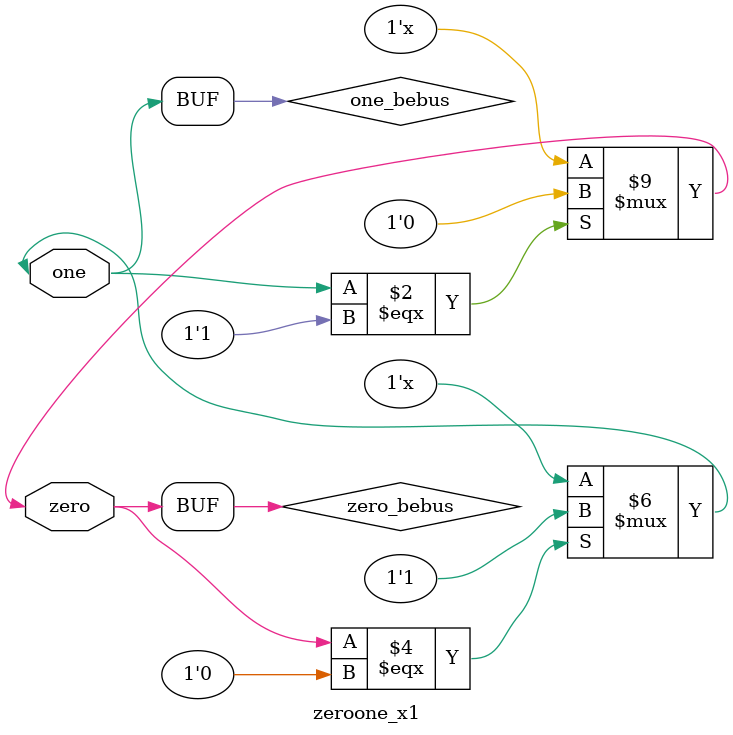
<source format=v>
/*                                                                      */
/*  Avertec Release v3.4p5 (64 bits on Linux 6.6.13+bpo-amd64)          */
/*  [AVT_only] host: fsdev                                              */
/*  [AVT_only] arch: x86_64                                             */
/*  [AVT_only] path: /opt/tasyag-3.4p5/bin/avt_shell                    */
/*  argv:                                                               */
/*                                                                      */
/*  User: verhaegs                                                      */
/*  Generation date Wed May 29 10:55:23 2024                            */
/*                                                                      */
/*  Verilog data flow description generated from `zeroone_x1`           */
/*                                                                      */


`timescale 1 ps/1 ps

module zeroone_x1 (one, zero);

  inout  one;
  inout  zero;

  reg one_bebus;
  reg zero_bebus;

always @ (one)
begin
  if (one === 1'b1)
    zero_bebus <= 1'b0;
  else
    zero_bebus <= 1'bz;
end
assign zero = zero_bebus;

always @ (zero)
begin
  if (zero === 1'b0)
    one_bebus <= 1'b1;
  else
    one_bebus <= 1'bz;
end
assign one = one_bebus;

endmodule

</source>
